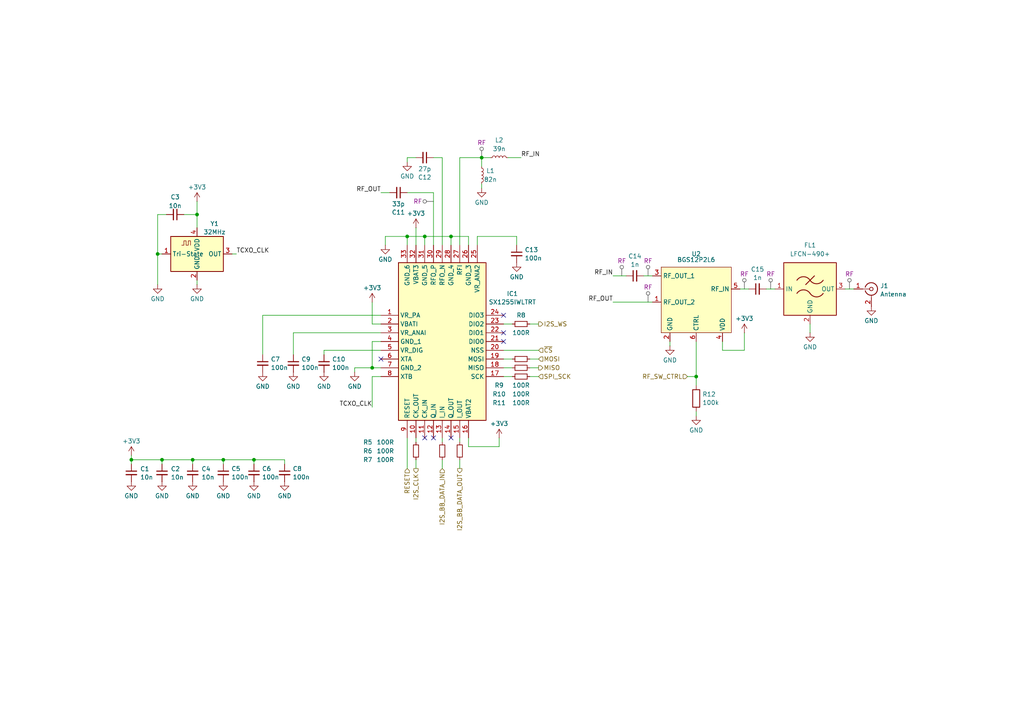
<source format=kicad_sch>
(kicad_sch (version 20250114) (generator "eeschema") (generator_version "9.0")
  (paper "A4")
  (title_block (title "LinHT - Linux-based SDR handheld transceiver") (date "28 July 2025") (rev "A") (company "M17 Foundation") (comment 1 "Author: Wojciech SP5WWP, Andy OE3ANC, Vlastimil OK5VAS"))
  (lib_symbols
    (symbol "BGS12P2L6:BGS12P2L6"
      (property "Reference" "U1" (at 0 12.7 0))
      (property "Value" "BGS12P2L6" (at 0 11.0186 0))
      (symbol "BGS12P2L6_1_1"
        (rectangle (start -10.16 8.89) (end 10.16 -10.16) (fill (type background)))
        (pin bidirectional line (at -12.7 2.54 0) (length 2.54) (name "RF_IN") (number "5"))
        (pin power_in line (at -7.62 -12.7 90) (length 2.54) (name "VDD") (number "4"))
        (pin input line (at 0 -12.7 90) (length 2.54) (name "CTRL") (number "6"))
        (pin power_in line (at 7.62 -12.7 90) (length 2.54) (name "GND") (number "2"))
        (pin bidirectional line (at 12.7 6.35 180) (length 2.54) (name "RF_OUT_1") (number "3"))
        (pin bidirectional line (at 12.7 -1.27 180) (length 2.54) (name "RF_OUT_2") (number "1"))
      )
    )
    (symbol "Connector:Conn_Coaxial" (pin_names (offset 1.016) (hide yes))
      (property "Reference" "J" (at 0.254 3.048 0))
      (property "Value" "Conn_Coaxial" (at 2.921 0 90))
      (symbol "Conn_Coaxial_0_1"
        (polyline (pts (xy -2.54 0) (xy -0.508 0)))
        (arc (start 1.778 0) (mid 0.222 -1.8079) (end -1.778 -0.508) (stroke (width 0.254)))
        (arc (start -1.778 0.508) (mid 0.2221 1.8084) (end 1.778 0) (stroke (width 0.254)))
        (circle (center 0 0) (radius 0.508) (stroke (width 0.2032)))
        (polyline (pts (xy 0 -2.54) (xy 0 -1.778)))
      )
      (symbol "Conn_Coaxial_1_1"
        (pin passive line (at -5.08 0 0) (length 2.54) (name "In") (number "1"))
        (pin passive line (at 0 -5.08 90) (length 2.54) (name "Ext") (number "2"))
      )
    )
    (symbol "Device:C_Small" (pin_numbers (hide yes)) (pin_names (offset 0.254) (hide yes))
      (property "Reference" "C" (at 0.254 1.778 0))
      (property "Value" "C_Small" (at 0.254 -2.032 0))
      (symbol "C_Small_0_1"
        (polyline (pts (xy -1.524 0.508) (xy 1.524 0.508)) (stroke (width 0.3048)))
        (polyline (pts (xy -1.524 -0.508) (xy 1.524 -0.508)) (stroke (width 0.3302)))
      )
      (symbol "C_Small_1_1"
        (pin passive line (at 0 2.54 270) (length 2.032) (name "~") (number "1"))
        (pin passive line (at 0 -2.54 90) (length 2.032) (name "~") (number "2"))
      )
    )
    (symbol "Device:L_Small" (pin_numbers (hide yes)) (pin_names (offset 0.254) (hide yes))
      (property "Reference" "L" (at 0.762 1.016 0))
      (property "Value" "L_Small" (at 0.762 -1.016 0))
      (symbol "L_Small_0_1"
        (arc (start 0 2.032) (mid 0.5058 1.524) (end 0 1.016))
        (arc (start 0 1.016) (mid 0.5058 0.508) (end 0 0))
        (arc (start 0 0) (mid 0.5058 -0.508) (end 0 -1.016))
        (arc (start 0 -1.016) (mid 0.5058 -1.524) (end 0 -2.032))
      )
      (symbol "L_Small_1_1"
        (pin passive line (at 0 2.54 270) (length 0.508) (name "~") (number "1"))
        (pin passive line (at 0 -2.54 90) (length 0.508) (name "~") (number "2"))
      )
    )
    (symbol "Device:R" (pin_numbers (hide yes)) (pin_names (offset 0))
      (property "Reference" "R" (at 2.032 0 90))
      (property "Value" "R" (at 0 0 90))
      (symbol "R_0_1"
        (rectangle (start -1.016 -2.54) (end 1.016 2.54) (stroke (width 0.254)))
      )
      (symbol "R_1_1"
        (pin passive line (at 0 3.81 270) (length 1.27) (name "~") (number "1"))
        (pin passive line (at 0 -3.81 90) (length 1.27) (name "~") (number "2"))
      )
    )
    (symbol "Device:R_Small" (pin_numbers (hide yes)) (pin_names (offset 0.254) (hide yes))
      (property "Reference" "R" (at 0 0 90))
      (property "Value" "R_Small" (at 1.778 0 90))
      (symbol "R_Small_0_1"
        (rectangle (start -0.762 1.778) (end 0.762 -1.778) (stroke (width 0.2032)))
      )
      (symbol "R_Small_1_1"
        (pin passive line (at 0 2.54 270) (length 0.762) (name "~") (number "1"))
        (pin passive line (at 0 -2.54 90) (length 0.762) (name "~") (number "2"))
      )
    )
    (symbol "Oscillator:ECS-2520MV-xxx-xx"
      (property "Reference" "Y" (at -5.08 6.35 0))
      (property "Value" "ECS-2520MV-xxx-xx" (at 1.27 -6.35 0))
      (symbol "ECS-2520MV-xxx-xx_0_1"
        (rectangle (start -7.62 5.08) (end 7.62 -5.08) (stroke (width 0.254)) (fill (type background)))
        (polyline (pts (xy -4.445 2.54) (xy -3.81 2.54) (xy -3.81 3.81) (xy -3.175 3.81) (xy -3.175 2.54) (xy -2.54 2.54) (xy -2.54 3.81) (xy -1.905 3.81) (xy -1.905 2.54)))
      )
      (symbol "ECS-2520MV-xxx-xx_1_1"
        (pin input line (at -10.16 0 0) (length 2.54) (name "Tri-State") (number "1"))
        (pin power_in line (at 0 7.62 270) (length 2.54) (name "VDD") (number "4"))
        (pin power_in line (at 0 -7.62 90) (length 2.54) (name "GND") (number "2"))
        (pin output line (at 10.16 0 180) (length 2.54) (name "OUT") (number "3"))
      )
    )
    (symbol "RF_Filter:LFCN-490"
      (property "Reference" "FL" (at 0 10.795 0))
      (property "Value" "LFCN-490" (at 0 8.89 0))
      (symbol "LFCN-490_0_1"
        (rectangle (start -7.62 7.62) (end 7.62 -7.62) (stroke (width 0.254)) (fill (type background)))
        (arc (start -3.81 2.54) (mid -1.905 3.5595) (end 0 2.54) (stroke (width 0.254)))
        (arc (start -3.81 -1.27) (mid -1.905 -0.2505) (end 0 -1.27) (stroke (width 0.254)))
        (polyline (pts (xy -1.27 1.27) (xy 1.27 3.81)) (stroke (width 0.254)))
        (arc (start 3.81 2.54) (mid 1.905 1.5205) (end 0 2.54) (stroke (width 0.254)))
        (arc (start 3.81 -1.27) (mid 1.905 -2.2895) (end 0 -1.27) (stroke (width 0.254)))
      )
      (symbol "LFCN-490_1_1"
        (pin passive line (at -10.16 0 0) (length 2.54) (name "IN") (number "1"))
        (pin passive line (at 0 -10.16 90) (length 2.54) (name "GND") (number "2"))
        (pin passive line (at 0 -10.16 90) (length 2.54) (hide yes) (name "GND") (number "4"))
        (pin passive line (at 10.16 0 180) (length 2.54) (name "OUT") (number "3"))
      )
    )
    (symbol "SX1255:SX1255IWLTRT"
      (property "Reference" "IC" (at 31.75 20.32 0))
      (property "Value" "SX1255IWLTRT" (at 31.75 17.78 0))
      (symbol "SX1255IWLTRT_1_1"
        (rectangle (start 5.08 15.24) (end 30.48 -30.48) (stroke (width 0.254)) (fill (type background)))
        (pin passive line (at 0 0 0) (length 5.08) (name "VR_PA") (number "1"))
        (pin passive line (at 0 -2.54 0) (length 5.08) (name "VBATI") (number "2"))
        (pin passive line (at 0 -5.08 0) (length 5.08) (name "VR_ANAI") (number "3"))
        (pin passive line (at 0 -7.62 0) (length 5.08) (name "GND_1") (number "4"))
        (pin passive line (at 0 -10.16 0) (length 5.08) (name "VR_DIG") (number "5"))
        (pin passive line (at 0 -12.7 0) (length 5.08) (name "XTA") (number "6"))
        (pin passive line (at 0 -15.24 0) (length 5.08) (name "GND_2") (number "7"))
        (pin passive line (at 0 -17.78 0) (length 5.08) (name "XTB") (number "8"))
        (pin passive line (at 7.62 20.32 270) (length 5.08) (name "GND_6") (number "33"))
        (pin passive line (at 7.62 -35.56 90) (length 5.08) (name "RESET") (number "9"))
        (pin passive line (at 10.16 20.32 270) (length 5.08) (name "VBAT3") (number "32"))
        (pin passive line (at 10.16 -35.56 90) (length 5.08) (name "CK_OUT") (number "10"))
        (pin passive line (at 12.7 20.32 270) (length 5.08) (name "GND_5") (number "31"))
        (pin passive line (at 12.7 -35.56 90) (length 5.08) (name "CK_IN") (number "11"))
        (pin passive line (at 15.24 20.32 270) (length 5.08) (name "RFO_P") (number "30"))
        (pin passive line (at 15.24 -35.56 90) (length 5.08) (name "Q_IN") (number "12"))
        (pin passive line (at 17.78 20.32 270) (length 5.08) (name "RFO_N") (number "29"))
        (pin passive line (at 17.78 -35.56 90) (length 5.08) (name "I_IN") (number "13"))
        (pin passive line (at 20.32 20.32 270) (length 5.08) (name "GND_4") (number "28"))
        (pin passive line (at 20.32 -35.56 90) (length 5.08) (name "Q_OUT") (number "14"))
        (pin passive line (at 22.86 20.32 270) (length 5.08) (name "RFI") (number "27"))
        (pin passive line (at 22.86 -35.56 90) (length 5.08) (name "I_OUT") (number "15"))
        (pin passive line (at 25.4 20.32 270) (length 5.08) (name "GND_3") (number "26"))
        (pin passive line (at 25.4 -35.56 90) (length 5.08) (name "VBAT2") (number "16"))
        (pin passive line (at 27.94 20.32 270) (length 5.08) (name "VR_ANA2") (number "25"))
        (pin passive line (at 35.56 0 180) (length 5.08) (name "DIO3") (number "24"))
        (pin passive line (at 35.56 -2.54 180) (length 5.08) (name "DIO2") (number "23"))
        (pin passive line (at 35.56 -5.08 180) (length 5.08) (name "DIO1") (number "22"))
        (pin passive line (at 35.56 -7.62 180) (length 5.08) (name "DIO0") (number "21"))
        (pin passive line (at 35.56 -10.16 180) (length 5.08) (name "NSS") (number "20"))
        (pin passive line (at 35.56 -12.7 180) (length 5.08) (name "MOSI") (number "19"))
        (pin passive line (at 35.56 -15.24 180) (length 5.08) (name "MISO") (number "18"))
        (pin passive line (at 35.56 -17.78 180) (length 5.08) (name "SCK") (number "17"))
      )
    )
    (symbol "power:+3V3" (power) (pin_numbers (hide yes)) (pin_names (offset 0) (hide yes))
      (property "Value" "+3V3" (at 0 3.556 0))
      (symbol "+3V3_0_1"
        (polyline (pts (xy -0.762 1.27) (xy 0 2.54)))
        (polyline (pts (xy 0 2.54) (xy 0.762 1.27)))
        (polyline (pts (xy 0 0) (xy 0 2.54)))
      )
      (symbol "+3V3_1_1"
        (pin power_in line (at 0 0 90) (length 0) (name "~") (number "1"))
      )
    )
    (symbol "power:GND" (power) (pin_numbers (hide yes)) (pin_names (offset 0) (hide yes))
      (property "Value" "GND" (at 0 -3.81 0))
      (symbol "GND_0_1"
        (polyline (pts (xy 0 0) (xy 0 -1.27) (xy 1.27 -1.27) (xy 0 -2.54) (xy -1.27 -1.27) (xy 0 -1.27)))
      )
      (symbol "GND_1_1"
        (pin power_in line (at 0 0 270) (length 0) (name "~") (number "1"))
      )
    )
  )
  (junction (at 118.11 68.58))
  (junction (at 64.77 133.35))
  (junction (at 139.7 45.72))
  (junction (at 57.15 62.23))
  (junction (at 201.93 109.22))
  (junction (at 55.88 133.35))
  (junction (at 38.1 133.35))
  (junction (at 46.99 133.35))
  (junction (at 107.95 106.68))
  (junction (at 73.66 133.35))
  (junction (at 130.81 68.58))
  (junction (at 45.72 73.66))
  (junction (at 123.19 68.58))
  (no_connect (at 130.81 127))
  (no_connect (at 146.05 96.52))
  (no_connect (at 123.19 127))
  (no_connect (at 146.05 91.44))
  (no_connect (at 146.05 99.06))
  (no_connect (at 110.49 104.14))
  (no_connect (at 125.73 127))
  (wire (pts (xy 120.65 66.04) (xy 120.65 71.12)))
  (wire (pts (xy 107.95 118.11) (xy 107.95 109.22)))
  (wire (pts (xy 107.95 99.06) (xy 107.95 106.68)))
  (wire (pts (xy 146.05 109.22) (xy 148.59 109.22)))
  (wire (pts (xy 107.95 106.68) (xy 110.49 106.68)))
  (wire (pts (xy 128.27 45.72) (xy 125.73 45.72)))
  (wire (pts (xy 149.86 68.58) (xy 149.86 71.12)))
  (wire (pts (xy 144.78 127) (xy 144.78 129.54)))
  (wire (pts (xy 201.93 109.22) (xy 201.93 111.76)))
  (wire (pts (xy 67.31 73.66) (xy 68.58 73.66)))
  (wire (pts (xy 153.67 109.22) (xy 156.21 109.22)))
  (wire (pts (xy 138.43 71.12) (xy 138.43 68.58)))
  (wire (pts (xy 45.72 62.23) (xy 45.72 73.66)))
  (wire (pts (xy 245.11 83.82) (xy 247.65 83.82)))
  (wire (pts (xy 55.88 134.62) (xy 55.88 133.35)))
  (wire (pts (xy 38.1 133.35) (xy 46.99 133.35)))
  (wire (pts (xy 139.7 45.72) (xy 139.7 48.26)))
  (wire (pts (xy 64.77 134.62) (xy 64.77 133.35)))
  (wire (pts (xy 201.93 119.38) (xy 201.93 120.65)))
  (wire (pts (xy 102.87 106.68) (xy 107.95 106.68)))
  (wire (pts (xy 135.89 127) (xy 135.89 129.54)))
  (wire (pts (xy 130.81 68.58) (xy 123.19 68.58)))
  (wire (pts (xy 55.88 133.35) (xy 46.99 133.35)))
  (wire (pts (xy 128.27 133.35) (xy 128.27 135.89)))
  (wire (pts (xy 82.55 134.62) (xy 82.55 133.35)))
  (wire (pts (xy 133.35 127) (xy 133.35 128.27)))
  (wire (pts (xy 177.8 80.01) (xy 181.61 80.01)))
  (wire (pts (xy 125.73 55.88) (xy 125.73 71.12)))
  (wire (pts (xy 111.76 68.58) (xy 111.76 71.12)))
  (wire (pts (xy 128.27 71.12) (xy 128.27 45.72)))
  (wire (pts (xy 146.05 93.98) (xy 148.59 93.98)))
  (wire (pts (xy 215.9 96.52) (xy 215.9 101.6)))
  (wire (pts (xy 120.65 127) (xy 120.65 128.27)))
  (wire (pts (xy 153.67 106.68) (xy 156.21 106.68)))
  (wire (pts (xy 130.81 71.12) (xy 130.81 68.58)))
  (wire (pts (xy 146.05 106.68) (xy 148.59 106.68)))
  (wire (pts (xy 139.7 54.61) (xy 139.7 53.34)))
  (wire (pts (xy 135.89 129.54) (xy 144.78 129.54)))
  (wire (pts (xy 85.09 96.52) (xy 85.09 102.87)))
  (wire (pts (xy 153.67 104.14) (xy 156.21 104.14)))
  (wire (pts (xy 123.19 68.58) (xy 123.19 71.12)))
  (wire (pts (xy 147.32 45.72) (xy 151.13 45.72)))
  (wire (pts (xy 73.66 134.62) (xy 73.66 133.35)))
  (wire (pts (xy 55.88 133.35) (xy 64.77 133.35)))
  (wire (pts (xy 234.95 93.98) (xy 234.95 96.52)))
  (wire (pts (xy 57.15 58.42) (xy 57.15 62.23)))
  (wire (pts (xy 82.55 133.35) (xy 73.66 133.35)))
  (wire (pts (xy 209.55 101.6) (xy 209.55 99.06)))
  (wire (pts (xy 177.8 87.63) (xy 189.23 87.63)))
  (wire (pts (xy 85.09 96.52) (xy 110.49 96.52)))
  (wire (pts (xy 118.11 55.88) (xy 125.73 55.88)))
  (wire (pts (xy 57.15 81.28) (xy 57.15 82.55)))
  (wire (pts (xy 186.69 80.01) (xy 189.23 80.01)))
  (wire (pts (xy 93.98 101.6) (xy 93.98 102.87)))
  (wire (pts (xy 38.1 132.08) (xy 38.1 133.35)))
  (wire (pts (xy 53.34 62.23) (xy 57.15 62.23)))
  (wire (pts (xy 201.93 99.06) (xy 201.93 109.22)))
  (wire (pts (xy 118.11 127) (xy 118.11 135.89)))
  (wire (pts (xy 120.65 133.35) (xy 120.65 135.89)))
  (wire (pts (xy 93.98 101.6) (xy 110.49 101.6)))
  (wire (pts (xy 214.63 83.82) (xy 217.17 83.82)))
  (wire (pts (xy 146.05 101.6) (xy 156.21 101.6)))
  (wire (pts (xy 135.89 68.58) (xy 130.81 68.58)))
  (wire (pts (xy 57.15 62.23) (xy 57.15 66.04)))
  (wire (pts (xy 45.72 73.66) (xy 46.99 73.66)))
  (wire (pts (xy 133.35 45.72) (xy 139.7 45.72)))
  (wire (pts (xy 118.11 71.12) (xy 118.11 68.58)))
  (wire (pts (xy 107.95 109.22) (xy 110.49 109.22)))
  (wire (pts (xy 215.9 101.6) (xy 209.55 101.6)))
  (wire (pts (xy 222.25 83.82) (xy 224.79 83.82)))
  (wire (pts (xy 110.49 99.06) (xy 107.95 99.06)))
  (wire (pts (xy 48.26 62.23) (xy 45.72 62.23)))
  (wire (pts (xy 120.65 45.72) (xy 118.11 45.72)))
  (wire (pts (xy 118.11 45.72) (xy 118.11 46.99)))
  (wire (pts (xy 128.27 127) (xy 128.27 128.27)))
  (wire (pts (xy 133.35 133.35) (xy 133.35 135.89)))
  (wire (pts (xy 138.43 68.58) (xy 149.86 68.58)))
  (wire (pts (xy 146.05 104.14) (xy 148.59 104.14)))
  (wire (pts (xy 199.39 109.22) (xy 201.93 109.22)))
  (wire (pts (xy 110.49 55.88) (xy 113.03 55.88)))
  (wire (pts (xy 118.11 68.58) (xy 111.76 68.58)))
  (wire (pts (xy 76.2 91.44) (xy 76.2 102.87)))
  (wire (pts (xy 135.89 71.12) (xy 135.89 68.58)))
  (wire (pts (xy 64.77 133.35) (xy 73.66 133.35)))
  (wire (pts (xy 107.95 87.63) (xy 107.95 93.98)))
  (wire (pts (xy 45.72 73.66) (xy 45.72 82.55)))
  (wire (pts (xy 107.95 93.98) (xy 110.49 93.98)))
  (wire (pts (xy 123.19 68.58) (xy 118.11 68.58)))
  (wire (pts (xy 194.31 99.06) (xy 194.31 100.33)))
  (wire (pts (xy 153.67 93.98) (xy 156.21 93.98)))
  (wire (pts (xy 139.7 45.72) (xy 142.24 45.72)))
  (wire (pts (xy 133.35 71.12) (xy 133.35 45.72)))
  (wire (pts (xy 46.99 133.35) (xy 46.99 134.62)))
  (wire (pts (xy 76.2 91.44) (xy 110.49 91.44)))
  (wire (pts (xy 102.87 106.68) (xy 102.87 107.95)))
  (wire (pts (xy 38.1 134.62) (xy 38.1 133.35)))
  (label "RF_IN" (at 177.8 80.01 180))
  (label "TCXO_CLK" (at 107.95 118.11 180))
  (label "TCXO_CLK" (at 68.58 73.66 0))
  (label "RF_OUT" (at 177.8 87.63 180))
  (label "RF_IN" (at 151.13 45.72 0))
  (label "RF_OUT" (at 110.49 55.88 180))
  (hierarchical_label "RESET" (shape input) (at 118.11 135.89 270))
  (hierarchical_label "~{CS}" (shape input) (at 156.21 101.6 0))
  (hierarchical_label "I2S_WS" (shape output) (at 156.21 93.98 0))
  (hierarchical_label "MOSI" (shape input) (at 156.21 104.14 0))
  (hierarchical_label "I2S_CLK" (shape output) (at 120.65 135.89 270))
  (hierarchical_label "I2S_BB_DATA_OUT" (shape output) (at 133.35 135.89 270))
  (hierarchical_label "MISO" (shape output) (at 156.21 106.68 0))
  (hierarchical_label "SPI_SCK" (shape input) (at 156.21 109.22 0))
  (hierarchical_label "RF_SW_CTRL" (shape input) (at 199.39 109.22 180))
  (hierarchical_label "I2S_BB_DATA_IN" (shape input) (at 128.27 135.89 270))
  (netclass_flag "" (length 2.54) (shape round) (at 139.7 45.72 0) (property "Netclass" "RF" (at 138.43 41.402 0) (effects (justify left))))
  (netclass_flag "" (length 2.54) (shape round) (at 187.96 80.01 0) (property "Netclass" "RF" (at 186.69 75.692 0) (effects (justify left))))
  (netclass_flag "" (length 2.54) (shape round) (at 223.52 83.82 0) (property "Netclass" "RF" (at 222.25 79.502 0) (effects (justify left))))
  (netclass_flag "" (length 2.54) (shape round) (at 246.38 83.82 0) (property "Netclass" "RF" (at 245.11 79.502 0) (effects (justify left))))
  (netclass_flag "" (length 2.54) (shape round) (at 125.73 58.42 90) (property "Netclass" "RF" (at 119.888 58.42 0) (effects (justify left))))
  (netclass_flag "" (length 2.54) (shape round) (at 187.96 87.63 0) (property "Netclass" "RF" (at 186.69 83.312 0) (effects (justify left))))
  (netclass_flag "" (length 2.54) (shape round) (at 215.9 83.82 0) (property "Netclass" "RF" (at 214.63 79.502 0) (effects (justify left))))
  (netclass_flag "" (length 2.54) (shape round) (at 180.34 80.01 0) (property "Netclass" "RF" (at 179.07 75.692 0) (effects (justify left))))
  (symbol (lib_id "Device:C_Small") (at 93.98 105.41 0) (unit 1)
    (property "Reference" "C10" (at 96.3041 104.2042 0) (effects (justify left)))
    (property "Value" "100n" (at 96.3041 106.6284 0) (effects (justify left)))
    (property "Footprint" "Capacitor_SMD:C_0402_1005Metric" (effects (hide yes)))
  )
  (symbol (lib_id "power:GND") (at 201.93 120.65 0) (mirror y) (unit 1)
    (property "Reference" "#PWR026" (effects (hide yes)))
    (property "Value" "GND" (at 201.93 124.7831 0))
    (property "Description" "Power symbol creates a global label with name \"GND\" , ground" (effects (hide yes)))
  )
  (symbol (lib_id "Device:C_Small") (at 38.1 137.16 0) (unit 1)
    (property "Reference" "C1" (at 40.64 136.0058 0) (effects (justify left)))
    (property "Value" "10n" (at 40.64 138.43 0) (effects (justify left)))
    (property "Footprint" "Capacitor_SMD:C_0402_1005Metric" (effects (hide yes)))
  )
  (symbol (lib_id "Device:C_Small") (at 149.86 73.66 0) (unit 1)
    (property "Reference" "C13" (at 152.1841 72.4542 0) (effects (justify left)))
    (property "Value" "100n" (at 152.1841 74.8784 0) (effects (justify left)))
    (property "Footprint" "Capacitor_SMD:C_0402_1005Metric" (effects (hide yes)))
  )
  (symbol (lib_id "power:GND") (at 45.72 82.55 0) (unit 1)
    (property "Reference" "#PWR06" (effects (hide yes)))
    (property "Value" "GND" (at 45.72 86.6831 0))
    (property "Description" "Power symbol creates a global label with name \"GND\" , ground" (effects (hide yes)))
  )
  (symbol (lib_id "power:GND") (at 111.76 71.12 0) (unit 1)
    (property "Reference" "#PWR019" (effects (hide yes)))
    (property "Value" "GND" (at 111.76 75.2531 0))
    (property "Description" "Power symbol creates a global label with name \"GND\" , ground" (effects (hide yes)))
  )
  (symbol (lib_id "power:GND") (at 76.2 107.95 0) (unit 1)
    (property "Reference" "#PWR013" (effects (hide yes)))
    (property "Value" "GND" (at 76.2 112.0831 0))
    (property "Description" "Power symbol creates a global label with name \"GND\" , ground" (effects (hide yes)))
  )
  (symbol (lib_id "Device:R") (at 201.93 115.57 0) (unit 1)
    (property "Reference" "R12" (at 203.708 114.3578 0) (effects (justify left)))
    (property "Value" "100k" (at 203.708 116.7821 0) (effects (justify left)))
    (property "Footprint" "Resistor_SMD:R_0402_1005Metric" (effects (hide yes)))
    (property "Description" "Resistor" (effects (hide yes)))
  )
  (symbol (lib_id "Device:L_Small") (at 144.78 45.72 270) (mirror x) (unit 1)
    (property "Reference" "L2" (at 144.78 40.64 90))
    (property "Value" "39n" (at 144.78 43.18 90))
    (property "Footprint" "Inductor_SMD:L_0603_1608Metric" (effects (hide yes)))
    (property "MPN" "AISC-0603-R039J-T" (effects (hide yes)))
    (property "PN" "815-AISC-0603-R039-J" (effects (hide yes)))
  )
  (symbol (lib_id "power:GND") (at 118.11 46.99 0) (unit 1)
    (property "Reference" "#PWR020" (effects (hide yes)))
    (property "Value" "GND" (at 118.11 51.1231 0))
    (property "Description" "Power symbol creates a global label with name \"GND\" , ground" (effects (hide yes)))
  )
  (symbol (lib_id "Device:C_Small") (at 82.55 137.16 0) (unit 1)
    (property "Reference" "C8" (at 84.8741 135.9542 0) (effects (justify left)))
    (property "Value" "100n" (at 84.8741 138.3784 0) (effects (justify left)))
    (property "Footprint" "Capacitor_SMD:C_0402_1005Metric" (effects (hide yes)))
  )
  (symbol (lib_id "Device:C_Small") (at 76.2 105.41 0) (unit 1)
    (property "Reference" "C7" (at 78.5241 104.2042 0) (effects (justify left)))
    (property "Value" "100n" (at 78.5241 106.6284 0) (effects (justify left)))
    (property "Footprint" "Capacitor_SMD:C_0402_1005Metric" (effects (hide yes)))
  )
  (symbol (lib_id "power:+3V3") (at 120.65 66.04 0) (unit 1)
    (property "Reference" "#PWR021" (effects (hide yes)))
    (property "Value" "+3V3" (at 120.65 61.9069 0))
    (property "Description" "Power symbol creates a global label with name \"+3V3\"" (effects (hide yes)))
  )
  (symbol (lib_id "Device:C_Small") (at 73.66 137.16 0) (unit 1)
    (property "Reference" "C6" (at 75.9841 135.9542 0) (effects (justify left)))
    (property "Value" "100n" (at 75.9841 138.3784 0) (effects (justify left)))
    (property "Footprint" "Capacitor_SMD:C_0402_1005Metric" (effects (hide yes)))
  )
  (symbol (lib_id "Device:R_Small") (at 151.13 93.98 270) (unit 1)
    (property "Reference" "R8" (at 151.13 91.44 90))
    (property "Value" "100R" (at 151.13 96.52 90))
    (property "Footprint" "Resistor_SMD:R_0402_1005Metric" (effects (hide yes)))
    (property "Description" "Resistor, small symbol" (effects (hide yes)))
  )
  (symbol (lib_id "Device:C_Small") (at 123.19 45.72 270) (mirror x) (unit 1)
    (property "Reference" "C12" (at 123.1836 51.4264 90))
    (property "Value" "27p" (at 123.1836 49.0022 90))
    (property "Footprint" "Capacitor_SMD:C_0402_1005Metric" (effects (hide yes)))
  )
  (symbol (lib_id "Device:C_Small") (at 115.57 55.88 270) (mirror x) (unit 1)
    (property "Reference" "C11" (at 115.5636 61.5864 90))
    (property "Value" "33p" (at 115.5636 59.1622 90))
    (property "Footprint" "Capacitor_SMD:C_0402_1005Metric" (effects (hide yes)))
  )
  (symbol (lib_id "Device:C_Small") (at 50.8 62.23 270) (unit 1)
    (property "Reference" "C3" (at 50.8 57.15 90))
    (property "Value" "10n" (at 50.8 59.69 90))
    (property "Footprint" "Capacitor_SMD:C_0402_1005Metric" (effects (hide yes)))
  )
  (symbol (lib_id "power:GND") (at 82.55 139.7 0) (unit 1)
    (property "Reference" "#PWR014" (effects (hide yes)))
    (property "Value" "GND" (at 82.55 143.8331 0))
    (property "Description" "Power symbol creates a global label with name \"GND\" , ground" (effects (hide yes)))
  )
  (symbol (lib_id "Device:R_Small") (at 151.13 109.22 270) (unit 1)
    (property "Reference" "R11" (at 144.78 116.84 90))
    (property "Value" "100R" (at 151.13 116.84 90))
    (property "Footprint" "Resistor_SMD:R_0402_1005Metric" (effects (hide yes)))
    (property "Description" "Resistor, small symbol" (effects (hide yes)))
  )
  (symbol (lib_id "power:GND") (at 252.73 88.9 0) (unit 1)
    (property "Reference" "#PWR029" (effects (hide yes)))
    (property "Value" "GND" (at 252.73 93.0331 0))
    (property "Description" "Power symbol creates a global label with name \"GND\" , ground" (effects (hide yes)))
  )
  (symbol (lib_id "power:GND") (at 38.1 139.7 0) (unit 1)
    (property "Reference" "#PWR05" (effects (hide yes)))
    (property "Value" "GND" (at 38.1 143.8331 0))
    (property "Description" "Power symbol creates a global label with name \"GND\" , ground" (effects (hide yes)))
  )
  (symbol (lib_id "power:GND") (at 85.09 107.95 0) (unit 1)
    (property "Reference" "#PWR015" (effects (hide yes)))
    (property "Value" "GND" (at 85.09 112.0831 0))
    (property "Description" "Power symbol creates a global label with name \"GND\" , ground" (effects (hide yes)))
  )
  (symbol (lib_id "Device:R_Small") (at 133.35 130.81 0) (unit 1)
    (property "Reference" "R7" (at 106.68 133.35 0))
    (property "Value" "100R" (at 111.76 133.35 0))
    (property "Footprint" "Resistor_SMD:R_0402_1005Metric" (effects (hide yes)))
    (property "Description" "Resistor, small symbol" (effects (hide yes)))
  )
  (symbol (lib_id "BGS12P2L6:BGS12P2L6") (at 201.93 86.36 0) (mirror y) (unit 1)
    (property "Reference" "U2" (at 201.93 73.66 0))
    (property "Value" "BGS12P2L6" (at 201.93 75.3414 0))
    (property "Footprint" "parts:TSLP-6-4" (effects (hide yes)))
  )
  (symbol (lib_id "Device:C_Small") (at 55.88 137.16 0) (unit 1)
    (property "Reference" "C4" (at 58.42 136.0058 0) (effects (justify left)))
    (property "Value" "10n" (at 58.42 138.43 0) (effects (justify left)))
    (property "Footprint" "Capacitor_SMD:C_0402_1005Metric" (effects (hide yes)))
  )
  (symbol (lib_id "Device:R_Small") (at 151.13 104.14 270) (unit 1)
    (property "Reference" "R9" (at 144.78 111.76 90))
    (property "Value" "100R" (at 151.13 111.76 90))
    (property "Footprint" "Resistor_SMD:R_0402_1005Metric" (effects (hide yes)))
    (property "Description" "Resistor, small symbol" (effects (hide yes)))
  )
  (symbol (lib_id "Connector:Conn_Coaxial") (at 252.73 83.82 0) (unit 1)
    (property "Reference" "J1" (at 255.2701 82.901 0) (effects (justify left)))
    (property "Value" "Antenna" (at 255.2701 85.3253 0) (effects (justify left)))
    (property "Footprint" "parts:Connector_SMA_4x10mm" (effects (hide yes)))
    (property "Description" "coaxial connector (BNC, SMA, SMB, SMC, Cinch/RCA, LEMO, ...)" (effects (hide yes)))
  )
  (symbol (lib_id "Device:R_Small") (at 128.27 130.81 0) (unit 1)
    (property "Reference" "R6" (at 106.68 130.81 0))
    (property "Value" "100R" (at 111.76 130.81 0))
    (property "Footprint" "Resistor_SMD:R_0402_1005Metric" (effects (hide yes)))
    (property "Description" "Resistor, small symbol" (effects (hide yes)))
  )
  (symbol (lib_id "Device:C_Small") (at 184.15 80.01 90) (unit 1)
    (property "Reference" "C14" (at 184.1563 74.3034 90))
    (property "Value" "1n" (at 184.1563 76.7277 90))
    (property "Footprint" "Capacitor_SMD:C_0402_1005Metric" (effects (hide yes)))
  )
  (symbol (lib_id "power:GND") (at 139.7 54.61 0) (unit 1)
    (property "Reference" "#PWR022" (effects (hide yes)))
    (property "Value" "GND" (at 139.7 58.7431 0))
    (property "Description" "Power symbol creates a global label with name \"GND\" , ground" (effects (hide yes)))
  )
  (symbol (lib_id "power:GND") (at 57.15 82.55 0) (unit 1)
    (property "Reference" "#PWR010" (effects (hide yes)))
    (property "Value" "GND" (at 57.15 86.6831 0))
    (property "Description" "Power symbol creates a global label with name \"GND\" , ground" (effects (hide yes)))
  )
  (symbol (lib_id "power:GND") (at 234.95 96.52 0) (mirror y) (unit 1)
    (property "Reference" "#PWR028" (effects (hide yes)))
    (property "Value" "GND" (at 234.95 100.6531 0))
    (property "Description" "Power symbol creates a global label with name \"GND\" , ground" (effects (hide yes)))
  )
  (symbol (lib_id "power:+3V3") (at 107.95 87.63 0) (unit 1)
    (property "Reference" "#PWR018" (effects (hide yes)))
    (property "Value" "+3V3" (at 107.95 83.4969 0))
    (property "Description" "Power symbol creates a global label with name \"+3V3\"" (effects (hide yes)))
  )
  (symbol (lib_id "Device:C_Small") (at 64.77 137.16 0) (unit 1)
    (property "Reference" "C5" (at 67.0941 135.9542 0) (effects (justify left)))
    (property "Value" "100n" (at 67.0941 138.3784 0) (effects (justify left)))
    (property "Footprint" "Capacitor_SMD:C_0402_1005Metric" (effects (hide yes)))
  )
  (symbol (lib_id "SX1255:SX1255IWLTRT") (at 110.49 91.44 0) (unit 1)
    (property "Reference" "IC1" (at 148.6164 85.1934 0))
    (property "Value" "SX1255IWLTRT" (at 148.6164 87.6177 0))
    (property "Footprint" "parts:QFN50P500X500X80-33N-D" (effects (hide yes)))
    (property "Datasheet" "https://datasheet.datasheetarchive.com/originals/distributors/DKDS-5/90665.pdf" (effects (hide yes)))
    (property "Description" "RF Transceiver RF Front End Transceiver" (effects (hide yes)))
    (property "Height" "0.8" (effects (hide yes)))
    (property "Mouser Part Number" "947-SX1255IWLTRT" (effects (hide yes)))
    (property "Mouser Price/Stock" "https://www.mouser.co.uk/ProductDetail/Semtech/SX1255IWLTRT?qs=rBWM4%252BvDhIdl5dK4JoeveQ%3D%3D" (effects (hide yes)))
    (property "Manufacturer_Name" "SEMTECH" (effects (hide yes)))
    (property "Manufacturer_Part_Number" "SX1255IWLTRT" (effects (hide yes)))
  )
  (symbol (lib_id "power:+3V3") (at 144.78 127 0) (unit 1)
    (property "Reference" "#PWR023" (effects (hide yes)))
    (property "Value" "+3V3" (at 144.78 122.8669 0))
    (property "Description" "Power symbol creates a global label with name \"+3V3\"" (effects (hide yes)))
  )
  (symbol (lib_id "Oscillator:ECS-2520MV-xxx-xx") (at 57.15 73.66 0) (unit 1)
    (property "Reference" "Y1" (at 62.23 64.8857 0))
    (property "Value" "32MHz" (at 62.23 67.31 0))
    (property "Footprint" "Crystal:Crystal_SMD_2016-4Pin_2.0x1.6mm" (effects (hide yes)))
    (property "PN" "520-TX20CSMV4320AYTR" (effects (hide yes)))
    (property "MPN" "ECS-TXO-20CSMV4-320-AY-TR" (effects (hide yes)))
  )
  (symbol (lib_id "Device:C_Small") (at 85.09 105.41 0) (unit 1)
    (property "Reference" "C9" (at 87.4141 104.2042 0) (effects (justify left)))
    (property "Value" "100n" (at 87.4141 106.6284 0) (effects (justify left)))
    (property "Footprint" "Capacitor_SMD:C_0402_1005Metric" (effects (hide yes)))
  )
  (symbol (lib_id "power:GND") (at 102.87 107.95 0) (unit 1)
    (property "Reference" "#PWR017" (effects (hide yes)))
    (property "Value" "GND" (at 102.87 112.0831 0))
    (property "Description" "Power symbol creates a global label with name \"GND\" , ground" (effects (hide yes)))
  )
  (symbol (lib_id "power:GND") (at 149.86 76.2 0) (unit 1)
    (property "Reference" "#PWR024" (effects (hide yes)))
    (property "Value" "GND" (at 149.86 80.3331 0))
    (property "Description" "Power symbol creates a global label with name \"GND\" , ground" (effects (hide yes)))
  )
  (symbol (lib_id "Device:L_Small") (at 139.7 50.8 0) (mirror x) (unit 1)
    (property "Reference" "L1" (at 142.24 49.53 0))
    (property "Value" "82n" (at 142.24 52.07 0))
    (property "Footprint" "Inductor_SMD:L_0603_1608Metric" (effects (hide yes)))
    (property "MPN" "AISC-0603-R082J-T" (effects (hide yes)))
    (property "PN" "815-AISC-0603-R082-J" (effects (hide yes)))
  )
  (symbol (lib_id "power:GND") (at 194.31 100.33 0) (mirror y) (unit 1)
    (property "Reference" "#PWR025" (effects (hide yes)))
    (property "Value" "GND" (at 194.31 104.4631 0))
    (property "Description" "Power symbol creates a global label with name \"GND\" , ground" (effects (hide yes)))
  )
  (symbol (lib_id "Device:C_Small") (at 46.99 137.16 0) (unit 1)
    (property "Reference" "C2" (at 49.53 136.0058 0) (effects (justify left)))
    (property "Value" "10n" (at 49.53 138.43 0) (effects (justify left)))
    (property "Footprint" "Capacitor_SMD:C_0402_1005Metric" (effects (hide yes)))
  )
  (symbol (lib_id "power:GND") (at 73.66 139.7 0) (unit 1)
    (property "Reference" "#PWR012" (effects (hide yes)))
    (property "Value" "GND" (at 73.66 143.8331 0))
    (property "Description" "Power symbol creates a global label with name \"GND\" , ground" (effects (hide yes)))
  )
  (symbol (lib_id "power:+3V3") (at 57.15 58.42 0) (unit 1)
    (property "Reference" "#PWR09" (effects (hide yes)))
    (property "Value" "+3V3" (at 57.15 54.2869 0))
    (property "Description" "Power symbol creates a global label with name \"+3V3\"" (effects (hide yes)))
  )
  (symbol (lib_id "power:GND") (at 46.99 139.7 0) (unit 1)
    (property "Reference" "#PWR07" (effects (hide yes)))
    (property "Value" "GND" (at 46.99 143.8331 0))
    (property "Description" "Power symbol creates a global label with name \"GND\" , ground" (effects (hide yes)))
  )
  (symbol (lib_id "Device:C_Small") (at 219.71 83.82 90) (unit 1)
    (property "Reference" "C15" (at 219.7163 78.1134 90))
    (property "Value" "1n" (at 219.7163 80.5377 90))
    (property "Footprint" "Capacitor_SMD:C_0402_1005Metric" (effects (hide yes)))
  )
  (symbol (lib_id "power:+3V3") (at 38.1 132.08 0) (unit 1)
    (property "Reference" "#PWR04" (effects (hide yes)))
    (property "Value" "+3V3" (at 38.1 127.9469 0))
    (property "Description" "Power symbol creates a global label with name \"+3V3\"" (effects (hide yes)))
  )
  (symbol (lib_id "RF_Filter:LFCN-490") (at 234.95 83.82 0) (unit 1)
    (property "Reference" "FL1" (at 234.95 71.12 0))
    (property "Value" "LFCN-490+" (at 234.95 73.66 0))
    (property "Footprint" "Filter:Filter_Mini-Circuits_FV1206" (effects (hide yes)))
    (property "Datasheet" "https://www.minicircuits.com/pdfs/LFCN-490+.pdf" (effects (hide yes)))
    (property "Description" "490MHz 50 Ohm Passive Low Pass Filter, FV1206" (effects (hide yes)))
    (property "PN" "139-LFCN-490" (effects (hide yes)))
    (property "MPN" "139-LFCN-490" (effects (hide yes)))
  )
  (symbol (lib_id "power:GND") (at 64.77 139.7 0) (unit 1)
    (property "Reference" "#PWR011" (effects (hide yes)))
    (property "Value" "GND" (at 64.77 143.8331 0))
    (property "Description" "Power symbol creates a global label with name \"GND\" , ground" (effects (hide yes)))
  )
  (symbol (lib_id "Device:R_Small") (at 120.65 130.81 0) (unit 1)
    (property "Reference" "R5" (at 106.68 128.27 0))
    (property "Value" "100R" (at 111.76 128.27 0))
    (property "Footprint" "Resistor_SMD:R_0402_1005Metric" (effects (hide yes)))
    (property "Description" "Resistor, small symbol" (effects (hide yes)))
  )
  (symbol (lib_id "power:GND") (at 93.98 107.95 0) (unit 1)
    (property "Reference" "#PWR016" (effects (hide yes)))
    (property "Value" "GND" (at 93.98 112.0831 0))
    (property "Description" "Power symbol creates a global label with name \"GND\" , ground" (effects (hide yes)))
  )
  (symbol (lib_id "power:GND") (at 55.88 139.7 0) (unit 1)
    (property "Reference" "#PWR08" (effects (hide yes)))
    (property "Value" "GND" (at 55.88 143.8331 0))
    (property "Description" "Power symbol creates a global label with name \"GND\" , ground" (effects (hide yes)))
  )
  (symbol (lib_id "power:+3V3") (at 215.9 96.52 0) (unit 1)
    (property "Reference" "#PWR027" (effects (hide yes)))
    (property "Value" "+3V3" (at 215.9 92.3869 0))
    (property "Description" "Power symbol creates a global label with name \"+3V3\"" (effects (hide yes)))
  )
  (symbol (lib_id "Device:R_Small") (at 151.13 106.68 270) (unit 1)
    (property "Reference" "R10" (at 144.78 114.3 90))
    (property "Value" "100R" (at 151.13 114.3 90))
    (property "Footprint" "Resistor_SMD:R_0402_1005Metric" (effects (hide yes)))
    (property "Description" "Resistor, small symbol" (effects (hide yes)))
  )
)
</source>
